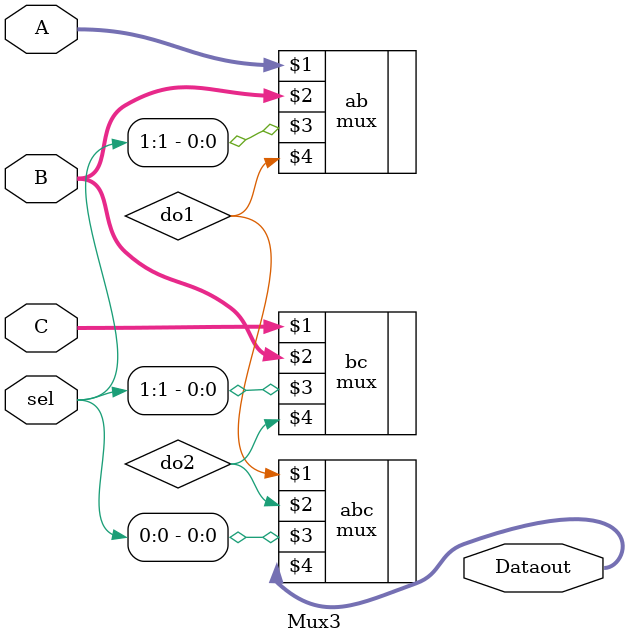
<source format=v>
`timescale 1ns / 1ps
 module Mux3
  (
    output wire [31:0] Dataout,
    input wire [31:0] A, B, C,
    input wire [1:0] sel	 
   );
	 wire do1,do2;
    mux #(32) ab( A,B,sel[1], do1);
    mux #(32) bc( C,B,sel[1], do2);
    mux #(32) abc( do1, do2, sel[0], Dataout); 	 

 endmodule

</source>
